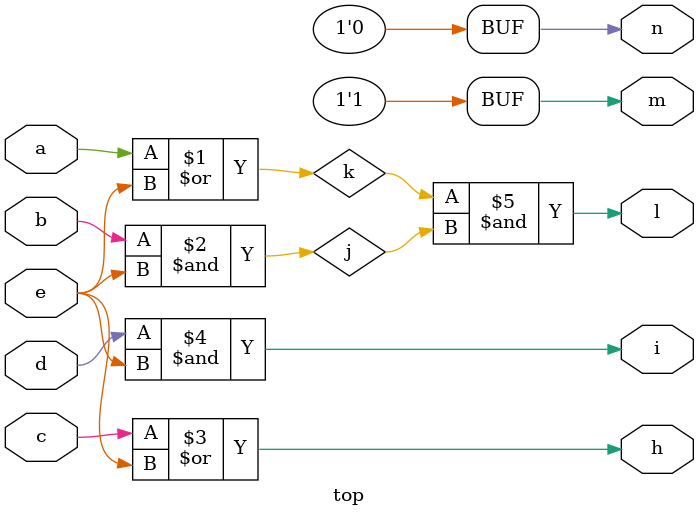
<source format=v>
module top( h, i, l, m, n, a, b, c, d, e);
input a, b, c, d, e;
output h, i, l, m, n;
assign m = 1'b1;
assign n = 1'b0;
or 	g1(k, a, e);
and g2(j, b, e);
or 	g3(h, c, e);
and g4(i, d, e);
and g5(l, k, j);
endmodule
</source>
